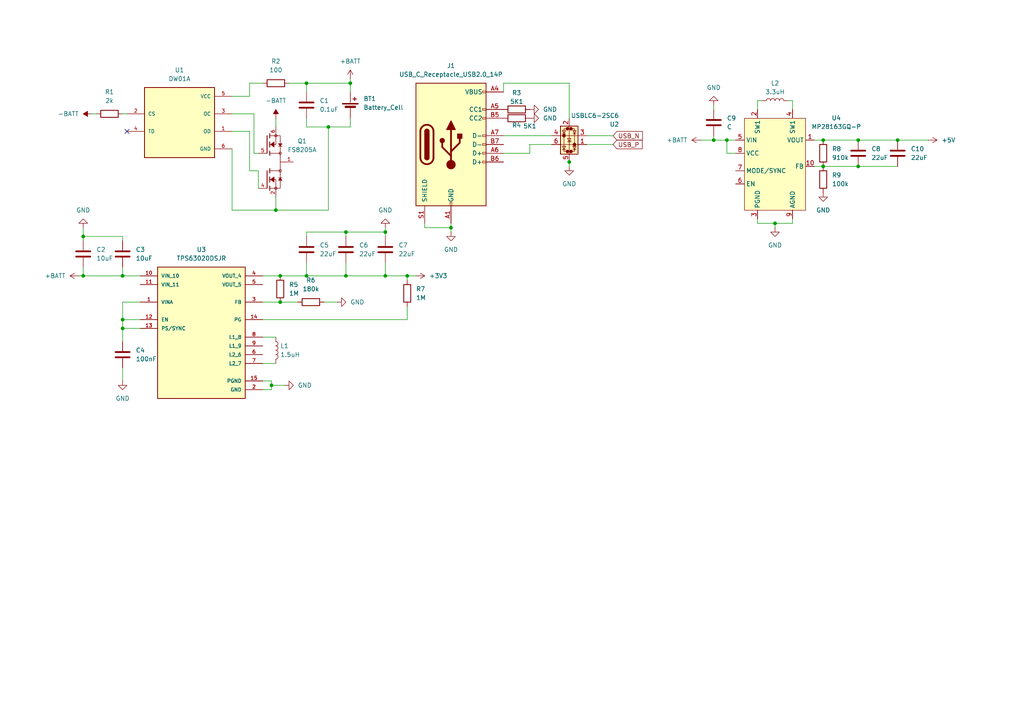
<source format=kicad_sch>
(kicad_sch (version 20250114) (generator "eeschema") (generator_version "9.0")
  (paper "A4")
  (lib_symbols
    (symbol "Connector:USB_C_Receptacle_USB2.0_14P" (pin_names (offset 1.016))
      (property "Reference" "J" (at 0 22.225 0))
      (property "Value" "USB_C_Receptacle_USB2.0_14P" (at 0 19.685 0))
      (symbol "USB_C_Receptacle_USB2.0_14P_0_0"
        (rectangle (start -0.254 -17.78) (end 0.254 -16.764))
        (rectangle (start 10.16 15.494) (end 9.144 14.986))
        (rectangle (start 10.16 10.414) (end 9.144 9.906))
        (rectangle (start 10.16 7.874) (end 9.144 7.366))
        (rectangle (start 10.16 2.794) (end 9.144 2.286))
        (rectangle (start 10.16 0.254) (end 9.144 -0.254))
        (rectangle (start 10.16 -2.286) (end 9.144 -2.794))
        (rectangle (start 10.16 -4.826) (end 9.144 -5.334))
      )
      (symbol "USB_C_Receptacle_USB2.0_14P_0_1"
        (rectangle (start -10.16 17.78) (end 10.16 -17.78) (stroke (width 0.254)) (fill (type background)))
        (polyline (pts (xy -8.89 -3.81) (xy -8.89 3.81)) (stroke (width 0.508)))
        (rectangle (start -7.62 -3.81) (end -6.35 3.81) (stroke (width 0.254)) (fill (type outline)))
        (arc (start -7.62 3.81) (mid -6.985 4.4423) (end -6.35 3.81) (stroke (width 0.254)))
        (arc (start -7.62 3.81) (mid -6.985 4.4423) (end -6.35 3.81) (stroke (width 0.254)) (fill (type outline)))
        (arc (start -8.89 3.81) (mid -6.985 5.7067) (end -5.08 3.81) (stroke (width 0.508)))
        (arc (start -5.08 -3.81) (mid -6.985 -5.7067) (end -8.89 -3.81) (stroke (width 0.508)))
        (arc (start -6.35 -3.81) (mid -6.985 -4.4423) (end -7.62 -3.81) (stroke (width 0.254)))
        (arc (start -6.35 -3.81) (mid -6.985 -4.4423) (end -7.62 -3.81) (stroke (width 0.254)) (fill (type outline)))
        (polyline (pts (xy -5.08 3.81) (xy -5.08 -3.81)) (stroke (width 0.508)))
        (circle (center -2.54 1.143) (radius 0.635) (stroke (width 0.254)) (fill (type outline)))
        (polyline (pts (xy -1.27 4.318) (xy 0 6.858) (xy 1.27 4.318) (xy -1.27 4.318)) (stroke (width 0.254)) (fill (type outline)))
        (polyline (pts (xy 0 -2.032) (xy 2.54 0.508) (xy 2.54 1.778)) (stroke (width 0.508)))
        (polyline (pts (xy 0 -3.302) (xy -2.54 -0.762) (xy -2.54 0.508)) (stroke (width 0.508)))
        (polyline (pts (xy 0 -5.842) (xy 0 4.318)) (stroke (width 0.508)))
        (circle (center 0 -5.842) (radius 1.27) (fill (type outline)))
        (rectangle (start 1.905 1.778) (end 3.175 3.048) (stroke (width 0.254)) (fill (type outline)))
      )
      (symbol "USB_C_Receptacle_USB2.0_14P_1_1"
        (pin passive line (at -7.62 -22.86 90) (length 5.08) (name "SHIELD") (number "S1"))
        (pin passive line (at 0 -22.86 90) (length 5.08) (name "GND") (number "A1"))
        (pin passive line (at 0 -22.86 90) (length 5.08) (hide yes) (name "GND") (number "A12"))
        (pin passive line (at 0 -22.86 90) (length 5.08) (hide yes) (name "GND") (number "B1"))
        (pin passive line (at 0 -22.86 90) (length 5.08) (hide yes) (name "GND") (number "B12"))
        (pin passive line (at 15.24 15.24 180) (length 5.08) (name "VBUS") (number "A4"))
        (pin passive line (at 15.24 15.24 180) (length 5.08) (hide yes) (name "VBUS") (number "A9"))
        (pin passive line (at 15.24 15.24 180) (length 5.08) (hide yes) (name "VBUS") (number "B4"))
        (pin passive line (at 15.24 15.24 180) (length 5.08) (hide yes) (name "VBUS") (number "B9"))
        (pin bidirectional line (at 15.24 10.16 180) (length 5.08) (name "CC1") (number "A5"))
        (pin bidirectional line (at 15.24 7.62 180) (length 5.08) (name "CC2") (number "B5"))
        (pin bidirectional line (at 15.24 2.54 180) (length 5.08) (name "D-") (number "A7"))
        (pin bidirectional line (at 15.24 0 180) (length 5.08) (name "D-") (number "B7"))
        (pin bidirectional line (at 15.24 -2.54 180) (length 5.08) (name "D+") (number "A6"))
        (pin bidirectional line (at 15.24 -5.08 180) (length 5.08) (name "D+") (number "B6"))
      )
    )
    (symbol "DW01A:DW01A" (pin_names (offset 1.016))
      (property "Reference" "U" (at -10.16 11.43 0))
      (property "Value" "DW01A" (at -10.16 -12.7 0))
      (symbol "DW01A_0_0"
        (rectangle (start -10.16 -10.16) (end 10.16 10.16) (stroke (width 0.254)) (fill (type background)))
        (pin input line (at -15.24 2.54 0) (length 5.08) (name "CS") (number "2"))
        (pin passive line (at -15.24 -2.54 0) (length 5.08) (name "TD") (number "4"))
        (pin power_in line (at 15.24 7.62 180) (length 5.08) (name "VCC") (number "5"))
        (pin output line (at 15.24 2.54 180) (length 5.08) (name "OC") (number "3"))
        (pin output line (at 15.24 -2.54 180) (length 5.08) (name "OD") (number "1"))
        (pin power_in line (at 15.24 -7.62 180) (length 5.08) (name "GND") (number "6"))
      )
    )
    (symbol "Device:Battery_Cell" (pin_numbers (hide yes)) (pin_names (offset 0) (hide yes))
      (property "Reference" "BT" (at 2.54 2.54 0))
      (property "Value" "Battery_Cell" (at 2.54 0 0))
      (symbol "Battery_Cell_0_1"
        (rectangle (start -2.286 1.778) (end 2.286 1.524) (fill (type outline)))
        (rectangle (start -1.524 1.016) (end 1.524 0.508) (fill (type outline)))
        (polyline (pts (xy 0 1.778) (xy 0 2.54)))
        (polyline (pts (xy 0 0.762) (xy 0 0)))
        (polyline (pts (xy 0.762 3.048) (xy 1.778 3.048)) (stroke (width 0.254)))
        (polyline (pts (xy 1.27 3.556) (xy 1.27 2.54)) (stroke (width 0.254)))
      )
      (symbol "Battery_Cell_1_1"
        (pin passive line (at 0 5.08 270) (length 2.54) (name "+") (number "1"))
        (pin passive line (at 0 -2.54 90) (length 2.54) (name "-") (number "2"))
      )
    )
    (symbol "Device:C" (pin_numbers (hide yes)) (pin_names (offset 0.254))
      (property "Reference" "C" (at 0.635 2.54 0))
      (property "Value" "C" (at 0.635 -2.54 0))
      (symbol "C_0_1"
        (polyline (pts (xy -2.032 0.762) (xy 2.032 0.762)) (stroke (width 0.508)))
        (polyline (pts (xy -2.032 -0.762) (xy 2.032 -0.762)) (stroke (width 0.508)))
      )
      (symbol "C_1_1"
        (pin passive line (at 0 3.81 270) (length 2.794) (name "~") (number "1"))
        (pin passive line (at 0 -3.81 90) (length 2.794) (name "~") (number "2"))
      )
    )
    (symbol "Device:L" (pin_numbers (hide yes)) (pin_names (offset 1.016) (hide yes))
      (property "Reference" "L" (at -1.27 0 90))
      (property "Value" "L" (at 1.905 0 90))
      (symbol "L_0_1"
        (arc (start 0 2.54) (mid 0.6323 1.905) (end 0 1.27))
        (arc (start 0 1.27) (mid 0.6323 0.635) (end 0 0))
        (arc (start 0 0) (mid 0.6323 -0.635) (end 0 -1.27))
        (arc (start 0 -1.27) (mid 0.6323 -1.905) (end 0 -2.54))
      )
      (symbol "L_1_1"
        (pin passive line (at 0 3.81 270) (length 1.27) (name "1") (number "1"))
        (pin passive line (at 0 -3.81 90) (length 1.27) (name "2") (number "2"))
      )
    )
    (symbol "Device:R" (pin_numbers (hide yes)) (pin_names (offset 0))
      (property "Reference" "R" (at 2.032 0 90))
      (property "Value" "R" (at 0 0 90))
      (symbol "R_0_1"
        (rectangle (start -1.016 -2.54) (end 1.016 2.54) (stroke (width 0.254)))
      )
      (symbol "R_1_1"
        (pin passive line (at 0 3.81 270) (length 1.27) (name "~") (number "1"))
        (pin passive line (at 0 -3.81 90) (length 1.27) (name "~") (number "2"))
      )
    )
    (symbol "FS8205A:FS8205A" (pin_names (offset 1.016))
      (property "Reference" "Q" (at -11.43 7.62 0))
      (property "Value" "FS8205A" (at -11.43 -12.7 0))
      (symbol "FS8205A_0_0"
        (polyline (pts (xy -2.54 7.62) (xy -2.54 2.54)) (stroke (width 0.254)))
        (polyline (pts (xy -2.54 -2.54) (xy -2.54 -7.62)) (stroke (width 0.254)))
        (polyline (pts (xy -1.778 8.255) (xy -1.778 7.62)) (stroke (width 0.254)))
        (polyline (pts (xy -1.778 7.62) (xy -1.778 6.985)) (stroke (width 0.254)))
        (polyline (pts (xy -1.778 7.62) (xy 1.27 7.62)) (stroke (width 0.1524)))
        (polyline (pts (xy -1.778 5.842) (xy -1.778 5.08)) (stroke (width 0.254)))
        (polyline (pts (xy -1.778 5.08) (xy -1.778 4.318)) (stroke (width 0.254)))
        (polyline (pts (xy -1.778 5.08) (xy 0 5.08)) (stroke (width 0.1524)))
        (polyline (pts (xy -1.778 3.175) (xy -1.778 2.54)) (stroke (width 0.254)))
        (polyline (pts (xy -1.778 2.54) (xy -1.778 1.905)) (stroke (width 0.254)))
        (polyline (pts (xy -1.778 -1.905) (xy -1.778 -2.54)) (stroke (width 0.254)))
        (polyline (pts (xy -1.778 -2.54) (xy -1.778 -3.175)) (stroke (width 0.254)))
        (polyline (pts (xy -1.778 -2.54) (xy 1.27 -2.54)) (stroke (width 0.1524)))
        (polyline (pts (xy -1.778 -4.318) (xy -1.778 -5.08)) (stroke (width 0.254)))
        (polyline (pts (xy -1.778 -5.08) (xy -1.778 -5.842)) (stroke (width 0.254)))
        (polyline (pts (xy -1.778 -5.08) (xy 0 -5.08)) (stroke (width 0.1524)))
        (polyline (pts (xy -1.778 -6.985) (xy -1.778 -7.62)) (stroke (width 0.254)))
        (polyline (pts (xy -1.778 -7.62) (xy -1.778 -8.255)) (stroke (width 0.254)))
        (polyline (pts (xy -1.524 5.08) (xy -0.508 5.842) (xy -0.508 4.318) (xy -1.524 5.08)) (stroke (width 0.1524)) (fill (type outline)))
        (polyline (pts (xy -1.524 -5.08) (xy -0.508 -4.318) (xy -0.508 -5.842) (xy -1.524 -5.08)) (stroke (width 0.1524)) (fill (type outline)))
        (circle (center 0 7.62) (radius 0.3592))
        (polyline (pts (xy 0 7.62) (xy 0 5.08)) (stroke (width 0.1524)))
        (polyline (pts (xy 0 -5.08) (xy 0 -7.62)) (stroke (width 0.1524)))
        (polyline (pts (xy 0 -7.62) (xy -1.778 -7.62)) (stroke (width 0.1524)))
        (polyline (pts (xy 0 -7.62) (xy 1.27 -7.62)) (stroke (width 0.1524)))
        (circle (center 0 -7.62) (radius 0.3592))
        (polyline (pts (xy 0.762 4.572) (xy 1.27 4.572)) (stroke (width 0.1524)))
        (polyline (pts (xy 1.27 4.572) (xy 1.27 7.62)) (stroke (width 0.1524)))
        (polyline (pts (xy 1.27 4.572) (xy 1.778 4.572)) (stroke (width 0.1524)))
        (polyline (pts (xy 1.27 4.572) (xy 1.778 5.334) (xy 0.762 5.334) (xy 1.27 4.572)) (stroke (width 0.1524)) (fill (type outline)))
        (polyline (pts (xy 1.27 2.54) (xy -1.778 2.54)) (stroke (width 0.1524)))
        (polyline (pts (xy 1.27 2.54) (xy 1.27 4.572)) (stroke (width 0.1524)))
        (circle (center 1.27 2.54) (radius 0.3592))
        (polyline (pts (xy 1.27 0) (xy 1.27 2.54)) (stroke (width 0.1524)))
        (polyline (pts (xy 1.27 0) (xy 2.54 0)) (stroke (width 0.1524)))
        (polyline (pts (xy 1.27 -2.54) (xy 1.27 0)) (stroke (width 0.1524)))
        (polyline (pts (xy 1.27 -2.54) (xy 1.27 -4.572)) (stroke (width 0.1524)))
        (circle (center 1.27 -2.54) (radius 0.3592))
        (polyline (pts (xy 1.27 -4.572) (xy 0.762 -4.572)) (stroke (width 0.1524)))
        (polyline (pts (xy 1.27 -4.572) (xy 1.27 -7.62)) (stroke (width 0.1524)))
        (polyline (pts (xy 1.27 -4.572) (xy 0.762 -5.334) (xy 1.778 -5.334) (xy 1.27 -4.572)) (stroke (width 0.1524)) (fill (type outline)))
        (polyline (pts (xy 1.778 -4.572) (xy 1.27 -4.572)) (stroke (width 0.1524)))
        (pin passive line (at -5.08 2.54 0) (length 2.54) (name "~") (number "5"))
        (pin passive line (at -5.08 -7.62 0) (length 2.54) (name "~") (number "4"))
        (pin passive line (at 0 10.16 270) (length 2.54) (name "~") (number "6"))
        (pin passive line (at 0 10.16 270) (length 2.54) (hide yes) (name "~") (number "7"))
        (pin passive line (at 0 -10.16 90) (length 2.54) (name "~") (number "2"))
        (pin passive line (at 0 -10.16 90) (length 2.54) (hide yes) (name "~") (number "3"))
        (pin passive line (at 5.08 0 180) (length 2.54) (name "~") (number "1"))
        (pin passive line (at 5.08 0 180) (length 2.54) (hide yes) (name "~") (number "8"))
      )
    )
    (symbol "MP28163:MP28163"
      (property "Reference" "U" (at 8.89 10.668 0))
      (property "Value" "MP28163GQ-P" (at 9.144 8.128 0))
      (symbol "MP28163_1_1"
        (rectangle (start 0 0) (end 17.78 -26.67) (fill (type background)))
        (pin power_in line (at -2.54 -6.35 0) (length 2.54) (name "VIN") (number "5"))
        (pin power_in line (at -2.54 -10.16 0) (length 2.54) (name "VCC") (number "8"))
        (pin input line (at -2.54 -15.24 0) (length 2.54) (name "MODE/SYNC") (number "7"))
        (pin input line (at -2.54 -19.05 0) (length 2.54) (name "EN") (number "6"))
        (pin input line (at 3.81 2.54 270) (length 2.54) (name "SW1") (number "2"))
        (pin power_in line (at 3.81 -29.21 90) (length 2.54) (name "PGND") (number "3"))
        (pin input line (at 13.97 2.54 270) (length 2.54) (name "SW1") (number "4"))
        (pin power_in line (at 13.97 -29.21 90) (length 2.54) (name "AGND") (number "9"))
        (pin power_out line (at 20.32 -6.35 180) (length 2.54) (name "VOUT") (number "1"))
        (pin output line (at 20.32 -13.97 180) (length 2.54) (name "FB") (number "10"))
      )
    )
    (symbol "Power_Protection:USBLC6-2SC6" (pin_names (hide yes))
      (property "Reference" "U" (at 0.635 5.715 0))
      (property "Value" "USBLC6-2SC6" (at 0.635 3.81 0))
      (symbol "USBLC6-2SC6_0_0"
        (circle (center -1.524 0) (radius 0.0001) (stroke (width 0.508)))
        (circle (center -0.508 2.032) (radius 0.0001) (stroke (width 0.508)))
        (circle (center -0.508 -4.572) (radius 0.0001) (stroke (width 0.508)))
        (circle (center 0.508 2.032) (radius 0.0001) (stroke (width 0.508)))
        (circle (center 0.508 -4.572) (radius 0.0001) (stroke (width 0.508)))
        (circle (center 1.524 -2.54) (radius 0.0001) (stroke (width 0.508)))
      )
      (symbol "USBLC6-2SC6_0_1"
        (polyline (pts (xy -2.54 0) (xy 2.54 0)))
        (polyline (pts (xy -2.54 -2.54) (xy 2.54 -2.54)))
        (polyline (pts (xy -2.032 0.508) (xy -1.016 0.508) (xy -1.524 1.524) (xy -2.032 0.508)))
        (polyline (pts (xy -2.032 -3.048) (xy -1.016 -3.048)))
        (polyline (pts (xy -1.016 1.524) (xy -2.032 1.524)))
        (polyline (pts (xy -1.016 -4.064) (xy -2.032 -4.064) (xy -1.524 -3.048) (xy -1.016 -4.064)))
        (polyline (pts (xy -0.508 -1.143) (xy -0.508 -0.762) (xy 0.508 -0.762)))
        (polyline (pts (xy 0 2.54) (xy -0.508 2.032) (xy 0.508 2.032) (xy 0 1.524) (xy 0 -4.064) (xy -0.508 -4.572) (xy 0.508 -4.572) (xy 0 -5.08)))
        (polyline (pts (xy 0.508 -1.778) (xy -0.508 -1.778) (xy 0 -0.762) (xy 0.508 -1.778)))
        (polyline (pts (xy 1.016 1.524) (xy 2.032 1.524)))
        (polyline (pts (xy 1.016 -3.048) (xy 2.032 -3.048)))
        (polyline (pts (xy 2.032 0.508) (xy 1.016 0.508) (xy 1.524 1.524) (xy 2.032 0.508)))
        (polyline (pts (xy 2.032 -4.064) (xy 1.016 -4.064) (xy 1.524 -3.048) (xy 2.032 -4.064)))
      )
      (symbol "USBLC6-2SC6_1_1"
        (rectangle (start -2.54 2.794) (end 2.54 -5.334) (stroke (width 0.254)) (fill (type background)))
        (polyline (pts (xy -0.508 2.032) (xy -1.524 2.032) (xy -1.524 -4.572) (xy -0.508 -4.572)))
        (polyline (pts (xy 0.508 -4.572) (xy 1.524 -4.572) (xy 1.524 2.032) (xy 0.508 2.032)))
        (pin passive line (at -5.08 0 0) (length 2.54) (name "I/O1") (number "1"))
        (pin passive line (at -5.08 -2.54 0) (length 2.54) (name "I/O2") (number "3"))
        (pin passive line (at 0 5.08 270) (length 2.54) (name "VBUS") (number "5"))
        (pin passive line (at 0 -7.62 90) (length 2.54) (name "GND") (number "2"))
        (pin passive line (at 5.08 0 180) (length 2.54) (name "I/O1") (number "6"))
        (pin passive line (at 5.08 -2.54 180) (length 2.54) (name "I/O2") (number "4"))
      )
    )
    (symbol "TPS63020DSJR:TPS63020DSJR" (pin_names (offset 1.016))
      (property "Reference" "U" (at -12.7 19.05 0))
      (property "Value" "TPS63020DSJR" (at -12.7 -21.59 0))
      (symbol "TPS63020DSJR_0_0"
        (rectangle (start -12.7 -20.32) (end 12.7 17.78) (stroke (width 0.254)) (fill (type background)))
        (pin input line (at -17.78 15.24 0) (length 5.08) (name "VIN_10") (number "10"))
        (pin input line (at -17.78 12.7 0) (length 5.08) (name "VIN_11") (number "11"))
        (pin input line (at -17.78 7.62 0) (length 5.08) (name "VINA") (number "1"))
        (pin input line (at -17.78 2.54 0) (length 5.08) (name "EN") (number "12"))
        (pin input line (at -17.78 0 0) (length 5.08) (name "PS/SYNC") (number "13"))
        (pin output line (at 17.78 15.24 180) (length 5.08) (name "VOUT_4") (number "4"))
        (pin output line (at 17.78 12.7 180) (length 5.08) (name "VOUT_5") (number "5"))
        (pin input line (at 17.78 7.62 180) (length 5.08) (name "FB") (number "3"))
        (pin output line (at 17.78 2.54 180) (length 5.08) (name "PG") (number "14"))
        (pin passive line (at 17.78 -2.54 180) (length 5.08) (name "L1_8") (number "8"))
        (pin passive line (at 17.78 -5.08 180) (length 5.08) (name "L1_9") (number "9"))
        (pin passive line (at 17.78 -7.62 180) (length 5.08) (name "L2_6") (number "6"))
        (pin passive line (at 17.78 -10.16 180) (length 5.08) (name "L2_7") (number "7"))
        (pin power_in line (at 17.78 -15.24 180) (length 5.08) (name "PGND") (number "15"))
        (pin power_in line (at 17.78 -17.78 180) (length 5.08) (name "GND") (number "2"))
      )
    )
    (symbol "power:+3V3" (power) (pin_numbers (hide yes)) (pin_names (offset 0) (hide yes))
      (property "Value" "+3V3" (at 0 3.556 0))
      (symbol "+3V3_0_1"
        (polyline (pts (xy -0.762 1.27) (xy 0 2.54)))
        (polyline (pts (xy 0 2.54) (xy 0.762 1.27)))
        (polyline (pts (xy 0 0) (xy 0 2.54)))
      )
      (symbol "+3V3_1_1"
        (pin power_in line (at 0 0 90) (length 0) (name "~") (number "1"))
      )
    )
    (symbol "power:+5V" (power) (pin_numbers (hide yes)) (pin_names (offset 0) (hide yes))
      (property "Value" "+5V" (at 0 3.556 0))
      (symbol "+5V_0_1"
        (polyline (pts (xy -0.762 1.27) (xy 0 2.54)))
        (polyline (pts (xy 0 2.54) (xy 0.762 1.27)))
        (polyline (pts (xy 0 0) (xy 0 2.54)))
      )
      (symbol "+5V_1_1"
        (pin power_in line (at 0 0 90) (length 0) (name "~") (number "1"))
      )
    )
    (symbol "power:+BATT" (power) (pin_numbers (hide yes)) (pin_names (offset 0) (hide yes))
      (property "Value" "+BATT" (at 0 3.556 0))
      (symbol "+BATT_0_1"
        (polyline (pts (xy -0.762 1.27) (xy 0 2.54)))
        (polyline (pts (xy 0 2.54) (xy 0.762 1.27)))
        (polyline (pts (xy 0 0) (xy 0 2.54)))
      )
      (symbol "+BATT_1_1"
        (pin power_in line (at 0 0 90) (length 0) (name "~") (number "1"))
      )
    )
    (symbol "power:-BATT" (power) (pin_numbers (hide yes)) (pin_names (offset 0) (hide yes))
      (property "Value" "-BATT" (at 0 3.556 0))
      (symbol "-BATT_0_1"
        (polyline (pts (xy 0 0) (xy 0 2.54)))
        (polyline (pts (xy 0.762 1.27) (xy -0.762 1.27) (xy 0 2.54) (xy 0.762 1.27)) (fill (type outline)))
      )
      (symbol "-BATT_1_1"
        (pin power_in line (at 0 0 90) (length 0) (name "~") (number "1"))
      )
    )
    (symbol "power:GND" (power) (pin_numbers (hide yes)) (pin_names (offset 0) (hide yes))
      (property "Value" "GND" (at 0 -3.81 0))
      (symbol "GND_0_1"
        (polyline (pts (xy 0 0) (xy 0 -1.27) (xy 1.27 -1.27) (xy 0 -2.54) (xy -1.27 -1.27) (xy 0 -1.27)))
      )
      (symbol "GND_1_1"
        (pin power_in line (at 0 0 270) (length 0) (name "~") (number "1"))
      )
    )
  )
  (junction (at 224.79 64.77))
  (junction (at 260.35 40.64))
  (junction (at 81.28 87.63))
  (junction (at 238.76 48.26))
  (junction (at 80.01 60.96))
  (junction (at 207.01 40.64))
  (junction (at 88.9 80.01))
  (junction (at 248.92 40.64))
  (junction (at 238.76 40.64))
  (junction (at 130.81 66.04))
  (junction (at 35.56 80.01))
  (junction (at 210.82 40.64))
  (junction (at 111.76 67.31))
  (junction (at 165.1 46.99))
  (junction (at 35.56 95.25))
  (junction (at 95.25 36.83))
  (junction (at 35.56 92.71))
  (junction (at 100.33 80.01))
  (junction (at 111.76 80.01))
  (junction (at 100.33 67.31))
  (junction (at 118.11 80.01))
  (junction (at 101.6 24.13))
  (junction (at 24.13 80.01))
  (junction (at 24.13 68.58))
  (junction (at 88.9 24.13))
  (junction (at 248.92 48.26))
  (junction (at 81.28 80.01))
  (junction (at 78.74 111.76))
  (no_connect (at 36.83 38.1))
  (wire (pts (xy 35.56 92.71) (xy 40.64 92.71)))
  (wire (pts (xy 76.2 87.63) (xy 81.28 87.63)))
  (wire (pts (xy 153.67 41.91) (xy 160.02 41.91)))
  (wire (pts (xy 73.66 33.02) (xy 67.31 33.02)))
  (wire (pts (xy 236.22 48.26) (xy 238.76 48.26)))
  (wire (pts (xy 153.67 44.45) (xy 153.67 41.91)))
  (wire (pts (xy 76.2 80.01) (xy 81.28 80.01)))
  (wire (pts (xy 219.71 29.21) (xy 220.98 29.21)))
  (wire (pts (xy 170.18 41.91) (xy 177.8 41.91)))
  (wire (pts (xy 74.93 49.53) (xy 74.93 54.61)))
  (wire (pts (xy 248.92 40.64) (xy 260.35 40.64)))
  (wire (pts (xy 88.9 24.13) (xy 101.6 24.13)))
  (wire (pts (xy 229.87 31.75) (xy 229.87 29.21)))
  (wire (pts (xy 24.13 68.58) (xy 24.13 69.85)))
  (wire (pts (xy 236.22 40.64) (xy 238.76 40.64)))
  (wire (pts (xy 35.56 87.63) (xy 35.56 92.71)))
  (wire (pts (xy 248.92 48.26) (xy 260.35 48.26)))
  (wire (pts (xy 73.66 44.45) (xy 74.93 44.45)))
  (wire (pts (xy 35.56 92.71) (xy 35.56 95.25)))
  (wire (pts (xy 146.05 44.45) (xy 153.67 44.45)))
  (wire (pts (xy 118.11 88.9) (xy 118.11 92.71)))
  (wire (pts (xy 72.39 49.53) (xy 72.39 38.1)))
  (wire (pts (xy 88.9 34.29) (xy 88.9 36.83)))
  (wire (pts (xy 146.05 39.37) (xy 160.02 39.37)))
  (wire (pts (xy 165.1 24.13) (xy 146.05 24.13)))
  (wire (pts (xy 80.01 34.29) (xy 80.01 36.83)))
  (wire (pts (xy 210.82 40.64) (xy 213.36 40.64)))
  (wire (pts (xy 111.76 80.01) (xy 100.33 80.01)))
  (wire (pts (xy 67.31 60.96) (xy 80.01 60.96)))
  (wire (pts (xy 72.39 24.13) (xy 76.2 24.13)))
  (wire (pts (xy 80.01 60.96) (xy 80.01 57.15)))
  (wire (pts (xy 83.82 24.13) (xy 88.9 24.13)))
  (wire (pts (xy 76.2 105.41) (xy 80.01 105.41)))
  (wire (pts (xy 118.11 92.71) (xy 76.2 92.71)))
  (wire (pts (xy 88.9 26.67) (xy 88.9 24.13)))
  (wire (pts (xy 123.19 64.77) (xy 123.19 66.04)))
  (wire (pts (xy 72.39 38.1) (xy 67.31 38.1)))
  (wire (pts (xy 22.86 80.01) (xy 24.13 80.01)))
  (wire (pts (xy 95.25 36.83) (xy 95.25 60.96)))
  (wire (pts (xy 35.56 77.47) (xy 35.56 80.01)))
  (wire (pts (xy 76.2 113.03) (xy 78.74 113.03)))
  (wire (pts (xy 238.76 48.26) (xy 248.92 48.26)))
  (wire (pts (xy 224.79 64.77) (xy 229.87 64.77)))
  (wire (pts (xy 78.74 110.49) (xy 78.74 111.76)))
  (wire (pts (xy 111.76 76.2) (xy 111.76 80.01)))
  (wire (pts (xy 78.74 113.03) (xy 78.74 111.76)))
  (wire (pts (xy 229.87 63.5) (xy 229.87 64.77)))
  (wire (pts (xy 88.9 76.2) (xy 88.9 80.01)))
  (wire (pts (xy 219.71 64.77) (xy 224.79 64.77)))
  (wire (pts (xy 213.36 44.45) (xy 210.82 44.45)))
  (wire (pts (xy 73.66 44.45) (xy 73.66 33.02)))
  (wire (pts (xy 219.71 63.5) (xy 219.71 64.77)))
  (wire (pts (xy 88.9 36.83) (xy 95.25 36.83)))
  (wire (pts (xy 111.76 68.58) (xy 111.76 67.31)))
  (wire (pts (xy 207.01 40.64) (xy 210.82 40.64)))
  (wire (pts (xy 100.33 80.01) (xy 88.9 80.01)))
  (wire (pts (xy 219.71 31.75) (xy 219.71 29.21)))
  (wire (pts (xy 93.98 87.63) (xy 97.79 87.63)))
  (wire (pts (xy 146.05 24.13) (xy 146.05 26.67)))
  (wire (pts (xy 101.6 36.83) (xy 95.25 36.83)))
  (wire (pts (xy 88.9 68.58) (xy 88.9 67.31)))
  (wire (pts (xy 229.87 29.21) (xy 228.6 29.21)))
  (wire (pts (xy 210.82 44.45) (xy 210.82 40.64)))
  (wire (pts (xy 35.56 33.02) (xy 36.83 33.02)))
  (wire (pts (xy 35.56 80.01) (xy 40.64 80.01)))
  (wire (pts (xy 24.13 80.01) (xy 35.56 80.01)))
  (wire (pts (xy 67.31 27.94) (xy 72.39 27.94)))
  (wire (pts (xy 207.01 39.37) (xy 207.01 40.64)))
  (wire (pts (xy 35.56 95.25) (xy 35.56 99.06)))
  (wire (pts (xy 101.6 22.86) (xy 101.6 24.13)))
  (wire (pts (xy 76.2 110.49) (xy 78.74 110.49)))
  (wire (pts (xy 72.39 49.53) (xy 74.93 49.53)))
  (wire (pts (xy 101.6 24.13) (xy 101.6 26.67)))
  (wire (pts (xy 165.1 45.72) (xy 165.1 46.99)))
  (wire (pts (xy 111.76 67.31) (xy 100.33 67.31)))
  (wire (pts (xy 111.76 66.04) (xy 111.76 67.31)))
  (wire (pts (xy 123.19 66.04) (xy 130.81 66.04)))
  (wire (pts (xy 40.64 87.63) (xy 35.56 87.63)))
  (wire (pts (xy 88.9 67.31) (xy 100.33 67.31)))
  (wire (pts (xy 111.76 80.01) (xy 118.11 80.01)))
  (wire (pts (xy 35.56 68.58) (xy 35.56 69.85)))
  (wire (pts (xy 24.13 68.58) (xy 35.56 68.58)))
  (wire (pts (xy 81.28 87.63) (xy 86.36 87.63)))
  (wire (pts (xy 26.67 33.02) (xy 27.94 33.02)))
  (wire (pts (xy 24.13 66.04) (xy 24.13 68.58)))
  (wire (pts (xy 130.81 66.04) (xy 130.81 67.31)))
  (wire (pts (xy 95.25 60.96) (xy 80.01 60.96)))
  (wire (pts (xy 170.18 39.37) (xy 177.8 39.37)))
  (wire (pts (xy 118.11 80.01) (xy 120.65 80.01)))
  (wire (pts (xy 101.6 34.29) (xy 101.6 36.83)))
  (wire (pts (xy 72.39 27.94) (xy 72.39 24.13)))
  (wire (pts (xy 165.1 46.99) (xy 165.1 48.26)))
  (wire (pts (xy 238.76 40.64) (xy 248.92 40.64)))
  (wire (pts (xy 207.01 30.48) (xy 207.01 31.75)))
  (wire (pts (xy 260.35 40.64) (xy 269.24 40.64)))
  (wire (pts (xy 35.56 95.25) (xy 40.64 95.25)))
  (wire (pts (xy 203.2 40.64) (xy 207.01 40.64)))
  (wire (pts (xy 24.13 77.47) (xy 24.13 80.01)))
  (wire (pts (xy 76.2 97.79) (xy 80.01 97.79)))
  (wire (pts (xy 35.56 106.68) (xy 35.56 110.49)))
  (wire (pts (xy 100.33 76.2) (xy 100.33 80.01)))
  (wire (pts (xy 67.31 43.18) (xy 67.31 60.96)))
  (wire (pts (xy 224.79 64.77) (xy 224.79 66.04)))
  (wire (pts (xy 88.9 80.01) (xy 81.28 80.01)))
  (wire (pts (xy 118.11 80.01) (xy 118.11 81.28)))
  (wire (pts (xy 165.1 24.13) (xy 165.1 34.29)))
  (wire (pts (xy 100.33 68.58) (xy 100.33 67.31)))
  (wire (pts (xy 130.81 64.77) (xy 130.81 66.04)))
  (wire (pts (xy 78.74 111.76) (xy 82.55 111.76)))
  (global_label "USB_N" (shape input) (at 177.8 39.37 0) (property "Intersheetrefs" "${INTERSHEET_REFS}" (effects (hide yes))))
  (global_label "USB_P" (shape input) (at 177.8 41.91 0) (property "Intersheetrefs" "${INTERSHEET_REFS}" (effects (hide yes))))
  (symbol (lib_id "power:+3V3") (at 120.65 80.01 270) (unit 1)
    (property "Reference" "#PWR013" (effects (hide yes)))
    (property "Value" "+3V3" (at 124.46 80.0099 90) (effects (justify left)))
    (property "Description" "Power symbol creates a global label with name \"+3V3\"" (effects (hide yes)))
  )
  (symbol (lib_id "power:GND") (at 153.67 34.29 90) (unit 1)
    (property "Reference" "#PWR06" (effects (hide yes)))
    (property "Value" "GND" (at 157.48 34.2899 90) (effects (justify right)))
    (property "Description" "Power symbol creates a global label with name \"GND\" , ground" (effects (hide yes)))
  )
  (symbol (lib_id "Device:Battery_Cell") (at 101.6 31.75 0) (unit 1)
    (property "Reference" "BT1" (at 105.41 28.6384 0) (effects (justify left)))
    (property "Value" "Battery_Cell" (at 105.41 31.1784 0) (effects (justify left)))
    (property "Description" "Single-cell battery" (effects (hide yes)))
  )
  (symbol (lib_id "Device:R") (at 238.76 44.45 0) (unit 1)
    (property "Reference" "R8" (at 241.3 43.1799 0) (effects (justify left)))
    (property "Value" "910k" (at 241.3 45.7199 0) (effects (justify left)))
    (property "Description" "Resistor" (effects (hide yes)))
  )
  (symbol (lib_id "FS8205A:FS8205A") (at 80.01 46.99 0) (unit 1)
    (property "Reference" "Q1" (at 87.63 40.9192 0))
    (property "Value" "FS8205A" (at 87.63 43.4592 0))
    (property "Footprint" "FS8205A:SOP65P640X120-8N" (effects (hide yes)))
    (property "MF" "Fortune Semiconductor" (effects (hide yes)))
    (property "MAXIMUM_PACKAGE_HEIGHT" "1.2mm" (effects (hide yes)))
    (property "Package" "Package" (effects (hide yes)))
    (property "Price" "None" (effects (hide yes)))
    (property "Check_prices" "https://www.snapeda.com/parts/FS8205A/Fortune+Semiconductor/view-part/?ref=eda" (effects (hide yes)))
    (property "STANDARD" "IPC 7351B" (effects (hide yes)))
    (property "PARTREV" "1.7" (effects (hide yes)))
    (property "SnapEDA_Link" "https://www.snapeda.com/parts/FS8205A/Fortune+Semiconductor/view-part/?ref=snap" (effects (hide yes)))
    (property "MP" "FS8205A" (effects (hide yes)))
    (property "Availability" "In Stock" (effects (hide yes)))
    (property "MANUFACTURER" "Fortune Semiconductor" (effects (hide yes)))
  )
  (symbol (lib_id "Device:R") (at 149.86 31.75 90) (unit 1)
    (property "Reference" "R3" (at 149.86 26.924 90))
    (property "Value" "5K1" (at 149.86 29.464 90))
    (property "Description" "Resistor" (effects (hide yes)))
  )
  (symbol (lib_id "Device:C") (at 88.9 30.48 0) (unit 1)
    (property "Reference" "C1" (at 92.71 29.2099 0) (effects (justify left)))
    (property "Value" "0.1uF" (at 92.71 31.7499 0) (effects (justify left)))
    (property "Description" "Unpolarized capacitor" (effects (hide yes)))
  )
  (symbol (lib_id "power:GND") (at 165.1 48.26 0) (unit 1)
    (property "Reference" "#PWR04" (effects (hide yes)))
    (property "Value" "GND" (at 165.1 53.34 0))
    (property "Description" "Power symbol creates a global label with name \"GND\" , ground" (effects (hide yes)))
  )
  (symbol (lib_id "power:+BATT") (at 22.86 80.01 90) (unit 1)
    (property "Reference" "#PWR08" (effects (hide yes)))
    (property "Value" "+BATT" (at 19.05 80.0099 90) (effects (justify left)))
    (property "Description" "Power symbol creates a global label with name \"+BATT\"" (effects (hide yes)))
  )
  (symbol (lib_id "Device:R") (at 81.28 83.82 0) (unit 1)
    (property "Reference" "R5" (at 83.82 82.5499 0) (effects (justify left)))
    (property "Value" "1M" (at 83.82 85.0899 0) (effects (justify left)))
    (property "Description" "Resistor" (effects (hide yes)))
  )
  (symbol (lib_id "power:GND") (at 224.79 66.04 0) (unit 1)
    (property "Reference" "#PWR017" (effects (hide yes)))
    (property "Value" "GND" (at 224.79 71.12 0))
    (property "Description" "Power symbol creates a global label with name \"GND\" , ground" (effects (hide yes)))
  )
  (symbol (lib_id "TPS63020DSJR:TPS63020DSJR") (at 58.42 95.25 0) (unit 1)
    (property "Reference" "U3" (at 58.42 72.39 0))
    (property "Value" "TPS63020DSJR" (at 58.42 74.93 0))
    (property "Footprint" "TPS63020DSJR:IC_TPS63020DSJR" (effects (hide yes)))
    (property "MF" "Texas Instruments" (effects (hide yes)))
    (property "Mouser-Purchase-URL" "https://snapeda.com/shop?store=Mouser&id=296571" (effects (hide yes)))
    (property "Description_1" "High Efficiency Single Inductor Buck-Boost Converter with 4A Switch" (effects (hide yes)))
    (property "Package" "VSON-14 Texas Instruments" (effects (hide yes)))
    (property "Price" "None" (effects (hide yes)))
    (property "SnapEDA_Link" "https://www.snapeda.com/parts/TPS63020DSJR/Texas+Instruments/view-part/?ref=snap" (effects (hide yes)))
    (property "MP" "TPS63020DSJR" (effects (hide yes)))
    (property "Texas_Instruments-Purchase-URL" "https://snapeda.com/shop?store=Texas+Instruments&id=296571" (effects (hide yes)))
    (property "DigiKey-Purchase-URL" "https://snapeda.com/shop?store=DigiKey&id=296571" (effects (hide yes)))
    (property "Availability" "In Stock" (effects (hide yes)))
    (property "Check_prices" "https://www.snapeda.com/parts/TPS63020DSJR/Texas+Instruments/view-part/?ref=eda" (effects (hide yes)))
  )
  (symbol (lib_id "power:GND") (at 111.76 66.04 180) (unit 1)
    (property "Reference" "#PWR012" (effects (hide yes)))
    (property "Value" "GND" (at 111.76 60.96 0))
    (property "Description" "Power symbol creates a global label with name \"GND\" , ground" (effects (hide yes)))
  )
  (symbol (lib_id "power:GND") (at 130.81 67.31 0) (unit 1)
    (property "Reference" "#PWR07" (effects (hide yes)))
    (property "Value" "GND" (at 130.81 72.39 0))
    (property "Description" "Power symbol creates a global label with name \"GND\" , ground" (effects (hide yes)))
  )
  (symbol (lib_id "MP28163:MP28163") (at 215.9 34.29 0) (unit 1)
    (property "Reference" "U4" (at 242.57 34.2198 0))
    (property "Value" "MP28163GQ-P" (at 242.57 36.7598 0))
    (property "Footprint" "Package_DFN_QFN:DFN-10-1EP_3x3mm_P0.5mm_EP1.7x2.5mm" (effects (hide yes)))
    (property "Datasheet" "https://www.snapeda.com/parts/MP28163GQ-P/Monolithic%20Power/datasheet/" (effects (hide yes)))
    (property "Description" "High Efficiency Single Inductor Buck-Boost Converter with 2.9A Switches" (effects (hide yes)))
  )
  (symbol (lib_id "Device:C") (at 88.9 72.39 0) (unit 1)
    (property "Reference" "C5" (at 92.71 71.1199 0) (effects (justify left)))
    (property "Value" "22uF" (at 92.71 73.6599 0) (effects (justify left)))
    (property "Description" "Unpolarized capacitor" (effects (hide yes)))
  )
  (symbol (lib_id "power:+BATT") (at 101.6 22.86 0) (unit 1)
    (property "Reference" "#PWR01" (effects (hide yes)))
    (property "Value" "+BATT" (at 101.6 17.78 0))
    (property "Description" "Power symbol creates a global label with name \"+BATT\"" (effects (hide yes)))
  )
  (symbol (lib_id "power:GND") (at 207.01 30.48 180) (unit 1)
    (property "Reference" "#PWR019" (effects (hide yes)))
    (property "Value" "GND" (at 207.01 25.4 0))
    (property "Description" "Power symbol creates a global label with name \"GND\" , ground" (effects (hide yes)))
  )
  (symbol (lib_id "Device:C") (at 100.33 72.39 0) (unit 1)
    (property "Reference" "C6" (at 104.14 71.1199 0) (effects (justify left)))
    (property "Value" "22uF" (at 104.14 73.6599 0) (effects (justify left)))
    (property "Description" "Unpolarized capacitor" (effects (hide yes)))
  )
  (symbol (lib_id "power:GND") (at 35.56 110.49 0) (unit 1)
    (property "Reference" "#PWR010" (effects (hide yes)))
    (property "Value" "GND" (at 35.56 115.57 0))
    (property "Description" "Power symbol creates a global label with name \"GND\" , ground" (effects (hide yes)))
  )
  (symbol (lib_id "Device:R") (at 80.01 24.13 90) (unit 1)
    (property "Reference" "R2" (at 80.01 17.78 90))
    (property "Value" "100" (at 80.01 20.32 90))
    (property "Description" "Resistor" (effects (hide yes)))
  )
  (symbol (lib_id "Device:R") (at 90.17 87.63 90) (unit 1)
    (property "Reference" "R6" (at 90.17 81.28 90))
    (property "Value" "180k" (at 90.17 83.82 90))
    (property "Description" "Resistor" (effects (hide yes)))
  )
  (symbol (lib_id "Device:C") (at 24.13 73.66 0) (unit 1)
    (property "Reference" "C2" (at 27.94 72.3899 0) (effects (justify left)))
    (property "Value" "10uF" (at 27.94 74.9299 0) (effects (justify left)))
    (property "Description" "Unpolarized capacitor" (effects (hide yes)))
  )
  (symbol (lib_id "Device:C") (at 207.01 35.56 0) (unit 1)
    (property "Reference" "C9" (at 210.82 34.2899 0) (effects (justify left)))
    (property "Value" "C" (at 210.82 36.8299 0) (effects (justify left)))
    (property "Description" "Unpolarized capacitor" (effects (hide yes)))
  )
  (symbol (lib_id "Device:R") (at 238.76 52.07 0) (unit 1)
    (property "Reference" "R9" (at 241.3 50.7999 0) (effects (justify left)))
    (property "Value" "100k" (at 241.3 53.3399 0) (effects (justify left)))
    (property "Description" "Resistor" (effects (hide yes)))
  )
  (symbol (lib_id "power:+BATT") (at 203.2 40.64 90) (unit 1)
    (property "Reference" "#PWR018" (effects (hide yes)))
    (property "Value" "+BATT" (at 199.39 40.6399 90) (effects (justify left)))
    (property "Description" "Power symbol creates a global label with name \"+BATT\"" (effects (hide yes)))
  )
  (symbol (lib_id "Device:R") (at 31.75 33.02 90) (unit 1)
    (property "Reference" "R1" (at 31.75 26.67 90))
    (property "Value" "2k" (at 31.75 29.21 90))
    (property "Description" "Resistor" (effects (hide yes)))
  )
  (symbol (lib_id "Power_Protection:USBLC6-2SC6") (at 165.1 41.91 180) (unit 1)
    (property "Reference" "U2" (at 179.578 36.068 0) (effects (justify left)))
    (property "Value" "USBLC6-2SC6" (at 179.578 33.528 0) (effects (justify left)))
    (property "Footprint" "Package_TO_SOT_SMD:SOT-23-6" (effects (hide yes)))
    (property "Datasheet" "https://www.st.com/resource/en/datasheet/usblc6-2.pdf" (effects (hide yes)))
    (property "Description" "Very low capacitance ESD protection diode, 2 data-line, SOT-23-6" (effects (hide yes)))
  )
  (symbol (lib_id "power:-BATT") (at 26.67 33.02 90) (unit 1)
    (property "Reference" "#PWR03" (effects (hide yes)))
    (property "Value" "-BATT" (at 22.86 33.0199 90) (effects (justify left)))
    (property "Description" "Power symbol creates a global label with name \"-BATT\"" (effects (hide yes)))
  )
  (symbol (lib_id "power:+5V") (at 269.24 40.64 270) (unit 1)
    (property "Reference" "#PWR016" (effects (hide yes)))
    (property "Value" "+5V" (at 273.05 40.6399 90) (effects (justify left)))
    (property "Description" "Power symbol creates a global label with name \"+5V\"" (effects (hide yes)))
  )
  (symbol (lib_id "Device:L") (at 80.01 101.6 0) (unit 1)
    (property "Reference" "L1" (at 81.28 100.3299 0) (effects (justify left)))
    (property "Value" "1.5uH" (at 81.28 102.8699 0) (effects (justify left)))
    (property "Description" "Inductor" (effects (hide yes)))
  )
  (symbol (lib_id "power:GND") (at 97.79 87.63 90) (unit 1)
    (property "Reference" "#PWR011" (effects (hide yes)))
    (property "Value" "GND" (at 101.6 87.6299 90) (effects (justify right)))
    (property "Description" "Power symbol creates a global label with name \"GND\" , ground" (effects (hide yes)))
  )
  (symbol (lib_id "Device:R") (at 149.86 34.29 90) (unit 1)
    (property "Reference" "R4" (at 149.86 36.322 90))
    (property "Value" "5K1" (at 153.67 36.576 90))
    (property "Description" "Resistor" (effects (hide yes)))
  )
  (symbol (lib_id "Connector:USB_C_Receptacle_USB2.0_14P") (at 130.81 41.91 0) (unit 1)
    (property "Reference" "J1" (at 130.81 19.05 0))
    (property "Value" "USB_C_Receptacle_USB2.0_14P" (at 130.81 21.59 0))
    (property "Datasheet" "https://www.usb.org/sites/default/files/documents/usb_type-c.zip" (effects (hide yes)))
    (property "Description" "USB 2.0-only 14P Type-C Receptacle connector" (effects (hide yes)))
  )
  (symbol (lib_id "power:GND") (at 82.55 111.76 90) (unit 1)
    (property "Reference" "#PWR014" (effects (hide yes)))
    (property "Value" "GND" (at 86.36 111.7599 90) (effects (justify right)))
    (property "Description" "Power symbol creates a global label with name \"GND\" , ground" (effects (hide yes)))
  )
  (symbol (lib_id "Device:C") (at 248.92 44.45 0) (unit 1)
    (property "Reference" "C8" (at 252.73 43.1799 0) (effects (justify left)))
    (property "Value" "22uF" (at 252.73 45.7199 0) (effects (justify left)))
    (property "Description" "Unpolarized capacitor" (effects (hide yes)))
  )
  (symbol (lib_id "DW01A:DW01A") (at 52.07 35.56 0) (unit 1)
    (property "Reference" "U1" (at 52.07 20.32 0))
    (property "Value" "DW01A" (at 52.07 22.86 0))
    (property "Footprint" "DW01A:SOT95P280X145-6N" (effects (hide yes)))
    (property "MF" "Fortune Semiconductor" (effects (hide yes)))
    (property "SNAPEDA_PACKAGE_ID" "103849" (effects (hide yes)))
    (property "Package" "SOT-23-6 Fortune Semiconductor" (effects (hide yes)))
    (property "Price" "None" (effects (hide yes)))
    (property "Check_prices" "https://www.snapeda.com/parts/DW01A/Fortune+Semiconductor/view-part/?ref=eda" (effects (hide yes)))
    (property "STANDARD" "IPC 7351B" (effects (hide yes)))
    (property "PARTREV" "1.8" (effects (hide yes)))
    (property "SnapEDA_Link" "https://www.snapeda.com/parts/DW01A/Fortune+Semiconductor/view-part/?ref=snap" (effects (hide yes)))
    (property "MP" "DW01A" (effects (hide yes)))
    (property "Description_1" "One Cell Lithium-ion/Polymer Battery Protection IC" (effects (hide yes)))
    (property "MANUFACTURER" "Fortune Semiconductor" (effects (hide yes)))
    (property "Availability" "Not in stock" (effects (hide yes)))
    (property "MAXIMUM_PACKAGE_HEIGHT" "1.45mm" (effects (hide yes)))
  )
  (symbol (lib_id "Device:C") (at 35.56 102.87 0) (unit 1)
    (property "Reference" "C4" (at 39.37 101.5999 0) (effects (justify left)))
    (property "Value" "100nF" (at 39.37 104.1399 0) (effects (justify left)))
    (property "Description" "Unpolarized capacitor" (effects (hide yes)))
  )
  (symbol (lib_id "Device:R") (at 118.11 85.09 0) (unit 1)
    (property "Reference" "R7" (at 120.65 83.8199 0) (effects (justify left)))
    (property "Value" "1M" (at 120.65 86.3599 0) (effects (justify left)))
    (property "Description" "Resistor" (effects (hide yes)))
  )
  (symbol (lib_id "Device:C") (at 111.76 72.39 0) (unit 1)
    (property "Reference" "C7" (at 115.57 71.1199 0) (effects (justify left)))
    (property "Value" "22uF" (at 115.57 73.6599 0) (effects (justify left)))
    (property "Description" "Unpolarized capacitor" (effects (hide yes)))
  )
  (symbol (lib_id "power:GND") (at 238.76 55.88 0) (unit 1)
    (property "Reference" "#PWR015" (effects (hide yes)))
    (property "Value" "GND" (at 238.76 60.96 0))
    (property "Description" "Power symbol creates a global label with name \"GND\" , ground" (effects (hide yes)))
  )
  (symbol (lib_id "power:-BATT") (at 80.01 34.29 0) (unit 1)
    (property "Reference" "#PWR02" (effects (hide yes)))
    (property "Value" "-BATT" (at 80.01 29.21 0))
    (property "Description" "Power symbol creates a global label with name \"-BATT\"" (effects (hide yes)))
  )
  (symbol (lib_id "Device:C") (at 35.56 73.66 0) (unit 1)
    (property "Reference" "C3" (at 39.37 72.3899 0) (effects (justify left)))
    (property "Value" "10uF" (at 39.37 74.9299 0) (effects (justify left)))
    (property "Description" "Unpolarized capacitor" (effects (hide yes)))
  )
  (symbol (lib_id "power:GND") (at 153.67 31.75 90) (unit 1)
    (property "Reference" "#PWR05" (effects (hide yes)))
    (property "Value" "GND" (at 157.48 31.7499 90) (effects (justify right)))
    (property "Description" "Power symbol creates a global label with name \"GND\" , ground" (effects (hide yes)))
  )
  (symbol (lib_id "power:GND") (at 24.13 66.04 180) (unit 1)
    (property "Reference" "#PWR09" (effects (hide yes)))
    (property "Value" "GND" (at 24.13 60.96 0))
    (property "Description" "Power symbol creates a global label with name \"GND\" , ground" (effects (hide yes)))
  )
  (symbol (lib_id "Device:C") (at 260.35 44.45 0) (unit 1)
    (property "Reference" "C10" (at 264.16 43.1799 0) (effects (justify left)))
    (property "Value" "22uF" (at 264.16 45.7199 0) (effects (justify left)))
    (property "Description" "Unpolarized capacitor" (effects (hide yes)))
  )
  (symbol (lib_id "Device:L") (at 224.79 29.21 90) (unit 1)
    (property "Reference" "L2" (at 224.79 24.13 90))
    (property "Value" "3.3uH" (at 224.79 26.67 90))
    (property "Description" "Inductor" (effects (hide yes)))
  )
)
</source>
